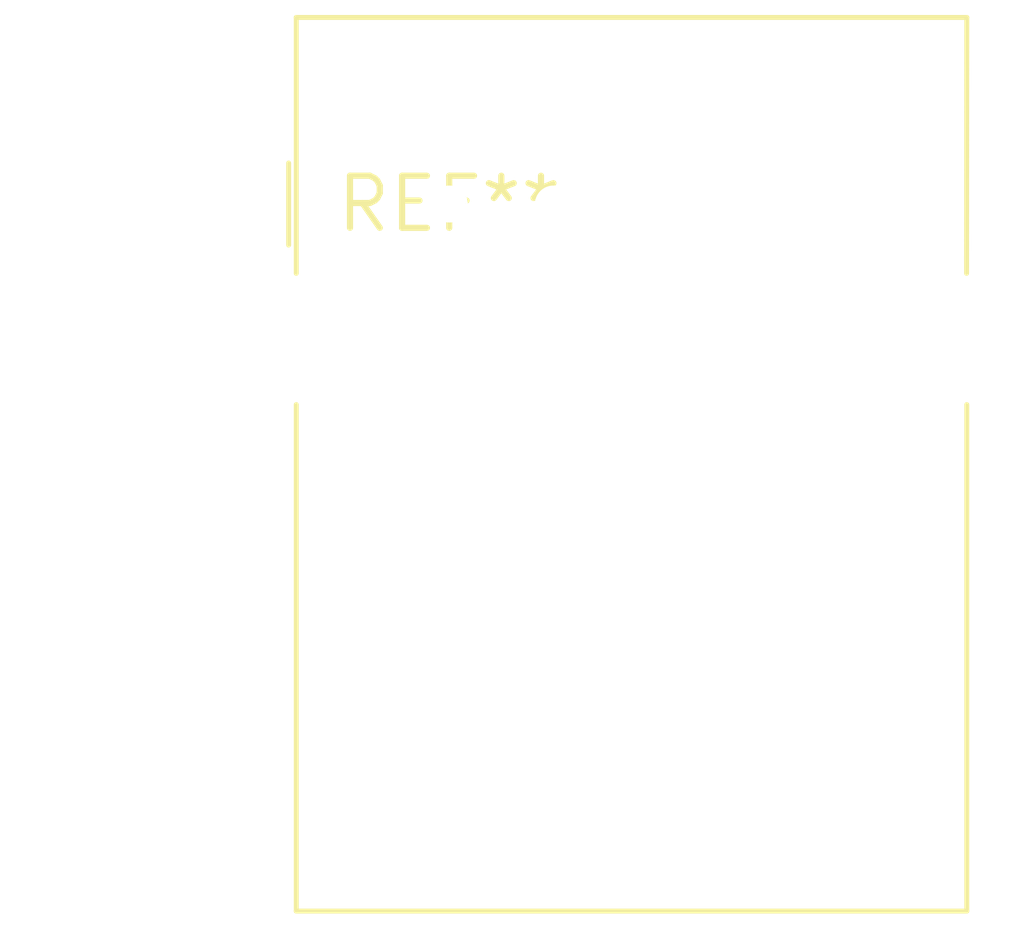
<source format=kicad_pcb>
(kicad_pcb (version 20240108) (generator pcbnew)
  (layers (0 "F.Cu" signal) (31 "B.Cu" signal) (34 "B.Paste" user) (35 "F.Paste" user) (36 "B.SilkS" user "B.Silkscreen") (37 "F.SilkS" user "F.Silkscreen") (38 "B.Mask" user) (39 "F.Mask" user) (44 "Edge.Cuts" user))
  (net 0 "")
  (footprint "RJ45_Bel_SI-60062-F" (layer "F.Cu") (at 0 0)
    (property "Reference" "REF**")
    (property "Value" "RJ45_Bel_SI-60062-F")
    (fp_line (start -3.915 -1) (end -3.915 1) (layer "F.SilkS") (stroke (width 0.12)))
    (fp_line (start -3.73 -4.55) (end 12.62 -4.55) (layer "F.SilkS") (stroke (width 0.12)))
    (fp_line (start -3.73 1.69) (end -3.73 -4.55) (layer "F.SilkS") (stroke (width 0.12)))
    (fp_line (start -3.73 17.24) (end -3.73 4.89) (layer "F.SilkS") (stroke (width 0.12)))
    (fp_line (start 12.62 -4.55) (end 12.615 1.69) (layer "F.SilkS") (stroke (width 0.12)))
    (fp_line (start 12.62 4.89) (end 12.62 17.24) (layer "F.SilkS") (stroke (width 0.12)))
    (fp_line (start 12.62 17.24) (end -3.73 17.24) (layer "F.SilkS") (stroke (width 0.12)))
    (pad "" np_thru_hole circle (at -1.27 6.35) (size 3.25 3.25) (drill 3.25) (layers *.Cu *.Mask))
    (pad "" np_thru_hole circle (at 10.16 6.35) (size 3.25 3.25) (drill 3.25) (layers *.Cu *.Mask))
    (pad "1" thru_hole rect (at 0 0) (size 1.9 1.9) (drill 0.9) (layers *.Cu *.Mask) (remove_unused_layers))
    (pad "2" thru_hole circle (at 1.27 -2.54) (size 1.9 1.9) (drill 0.9) (layers *.Cu *.Mask) (remove_unused_layers))
    (pad "3" thru_hole circle (at 2.54 0) (size 1.9 1.9) (drill 0.9) (layers *.Cu *.Mask) (remove_unused_layers))
    (pad "4" thru_hole circle (at 3.81 -2.54) (size 1.9 1.9) (drill 0.9) (layers *.Cu *.Mask) (remove_unused_layers))
    (pad "5" thru_hole circle (at 5.08 0) (size 1.9 1.9) (drill 0.9) (layers *.Cu *.Mask) (remove_unused_layers))
    (pad "6" thru_hole circle (at 6.35 -2.54) (size 1.9 1.9) (drill 0.9) (layers *.Cu *.Mask) (remove_unused_layers))
    (pad "7" thru_hole circle (at 7.62 0) (size 1.9 1.9) (drill 0.9) (layers *.Cu *.Mask) (remove_unused_layers))
    (pad "8" thru_hole circle (at 8.89 -2.54) (size 1.9 1.9) (drill 0.9) (layers *.Cu *.Mask) (remove_unused_layers))
    (pad "L1" thru_hole circle (at -2.18 10.41) (size 2.1 2.1) (drill 1.1) (layers *.Cu *.Mask) (remove_unused_layers))
    (pad "L2" thru_hole circle (at 0.36 10.41) (size 2.1 2.1) (drill 1.1) (layers *.Cu *.Mask) (remove_unused_layers))
    (pad "L3" thru_hole circle (at 8.53 10.41) (size 2.1 2.1) (drill 1.1) (layers *.Cu *.Mask) (remove_unused_layers))
    (pad "L4" thru_hole circle (at 11.07 10.41) (size 2.1 2.1) (drill 1.1) (layers *.Cu *.Mask) (remove_unused_layers))
    (pad "SH" thru_hole circle (at -3.3 3.3) (size 2.6 2.6) (drill 1.6) (layers *.Cu *.Mask) (remove_unused_layers))
    (pad "SH" thru_hole circle (at 12.19 3.3) (size 2.6 2.6) (drill 1.6) (layers *.Cu *.Mask) (remove_unused_layers))
  )
)
</source>
